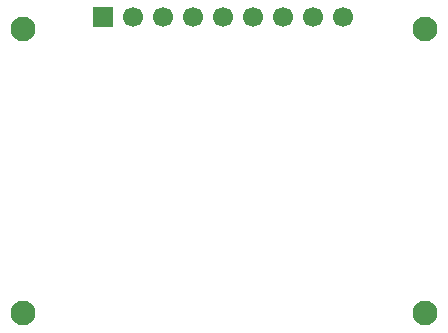
<source format=gbr>
%TF.GenerationSoftware,KiCad,Pcbnew,9.0.5*%
%TF.CreationDate,2025-12-25T12:25:27+05:30*%
%TF.ProjectId,TSH82_Configurable_Op-amp_Board,54534838-325f-4436-9f6e-666967757261,v1.1*%
%TF.SameCoordinates,Original*%
%TF.FileFunction,Soldermask,Bot*%
%TF.FilePolarity,Negative*%
%FSLAX46Y46*%
G04 Gerber Fmt 4.6, Leading zero omitted, Abs format (unit mm)*
G04 Created by KiCad (PCBNEW 9.0.5) date 2025-12-25 12:25:27*
%MOMM*%
%LPD*%
G01*
G04 APERTURE LIST*
%ADD10C,2.100000*%
%ADD11R,1.700000X1.700000*%
%ADD12C,1.700000*%
G04 APERTURE END LIST*
D10*
%TO.C,H4*%
X126000000Y-106000000D03*
%TD*%
%TO.C,H3*%
X160000000Y-106000000D03*
%TD*%
%TO.C,H1*%
X126000000Y-82000000D03*
%TD*%
D11*
%TO.C,J1*%
X132760000Y-81000000D03*
D12*
X135300000Y-81000000D03*
X137840000Y-81000000D03*
X140380000Y-81000000D03*
X142920000Y-81000000D03*
X145460000Y-81000000D03*
X148000000Y-81000000D03*
X150540000Y-81000000D03*
X153080000Y-81000000D03*
%TD*%
D10*
%TO.C,H2*%
X160000000Y-82000000D03*
%TD*%
M02*

</source>
